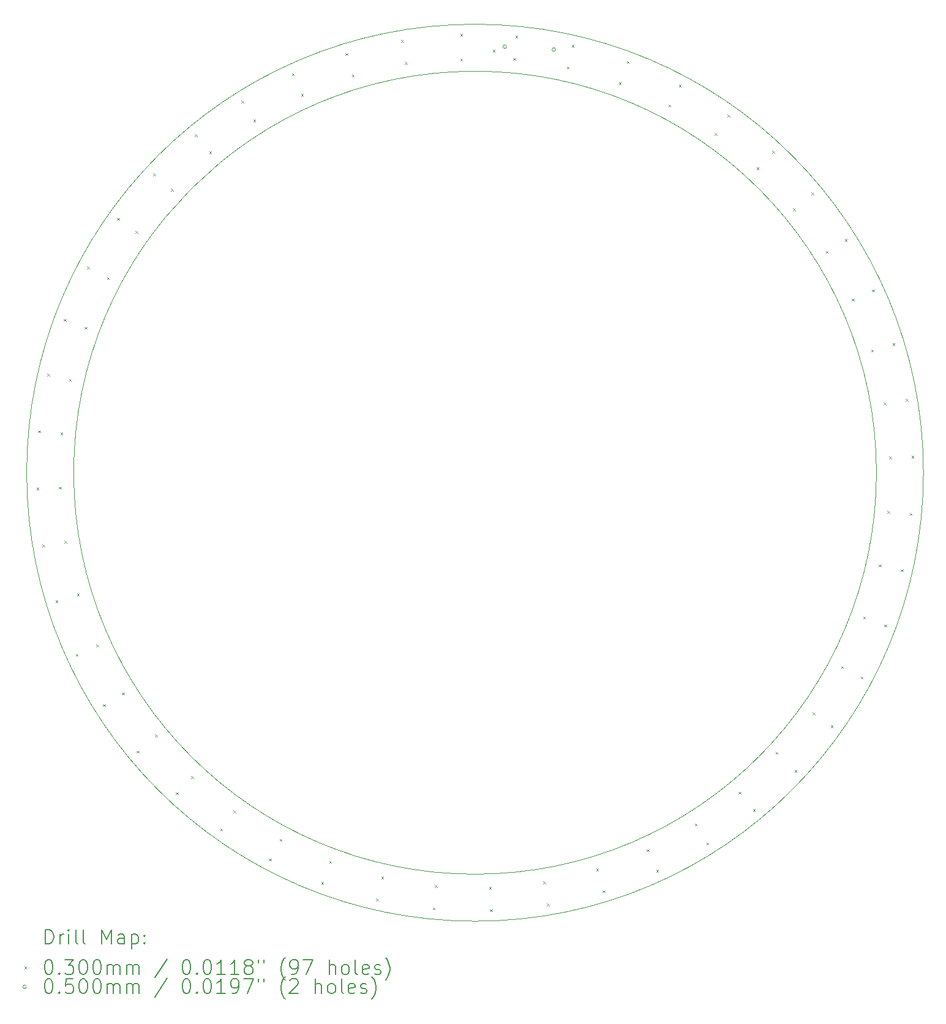
<source format=gbr>
%TF.GenerationSoftware,KiCad,Pcbnew,8.0.4*%
%TF.CreationDate,2024-11-19T03:06:26+11:00*%
%TF.ProjectId,RCS_WS2812B_Ring,5243535f-5753-4323-9831-32425f52696e,rev?*%
%TF.SameCoordinates,Original*%
%TF.FileFunction,Drillmap*%
%TF.FilePolarity,Positive*%
%FSLAX45Y45*%
G04 Gerber Fmt 4.5, Leading zero omitted, Abs format (unit mm)*
G04 Created by KiCad (PCBNEW 8.0.4) date 2024-11-19 03:06:26*
%MOMM*%
%LPD*%
G01*
G04 APERTURE LIST*
%ADD10C,0.050000*%
%ADD11C,0.200000*%
%ADD12C,0.100000*%
G04 APERTURE END LIST*
D10*
X5550000Y0D02*
G75*
G02*
X-5550000Y0I-5550000J0D01*
G01*
X-5550000Y0D02*
G75*
G02*
X5550000Y0I5550000J0D01*
G01*
X6200000Y0D02*
G75*
G02*
X-6200000Y0I-6200000J0D01*
G01*
X-6200000Y0D02*
G75*
G02*
X6200000Y0I6200000J0D01*
G01*
D11*
D12*
X-6065000Y-205000D02*
X-6035000Y-235000D01*
X-6035000Y-205000D02*
X-6065000Y-235000D01*
X-6041957Y586566D02*
X-6011957Y556566D01*
X-6011957Y586566D02*
X-6041957Y556566D01*
X-5984526Y-992801D02*
X-5954526Y-1022801D01*
X-5954526Y-992801D02*
X-5984526Y-1022801D01*
X-5915791Y1368352D02*
X-5885791Y1338352D01*
X-5885791Y1368352D02*
X-5915791Y1338352D01*
X-5801911Y-1763359D02*
X-5771911Y-1793359D01*
X-5771911Y-1763359D02*
X-5801911Y-1793359D01*
X-5755000Y-195000D02*
X-5725000Y-225000D01*
X-5725000Y-195000D02*
X-5755000Y-225000D01*
X-5733304Y556017D02*
X-5703304Y526017D01*
X-5703304Y556017D02*
X-5733304Y526017D01*
X-5688661Y2126981D02*
X-5658661Y2096981D01*
X-5658661Y2126981D02*
X-5688661Y2096981D01*
X-5678483Y-942424D02*
X-5648483Y-972424D01*
X-5648483Y-942424D02*
X-5678483Y-972424D01*
X-5613766Y1297777D02*
X-5583766Y1267777D01*
X-5583766Y1297777D02*
X-5613766Y1267777D01*
X-5520281Y-2503488D02*
X-5490281Y-2533488D01*
X-5490281Y-2503488D02*
X-5520281Y-2533488D01*
X-5505062Y-1673466D02*
X-5475062Y-1703466D01*
X-5475062Y-1673466D02*
X-5505062Y-1703466D01*
X-5398432Y2017588D02*
X-5368432Y1987588D01*
X-5368432Y2017588D02*
X-5398432Y1987588D01*
X-5364454Y2849474D02*
X-5334454Y2819474D01*
X-5334454Y2849474D02*
X-5364454Y2819474D01*
X-5237705Y-2375618D02*
X-5207705Y-2405618D01*
X-5207705Y-2375618D02*
X-5237705Y-2405618D01*
X-5144454Y-3200526D02*
X-5114454Y-3230526D01*
X-5114454Y-3200526D02*
X-5144454Y-3230526D01*
X-5090986Y2703135D02*
X-5060986Y2673135D01*
X-5060986Y2703135D02*
X-5090986Y2673135D01*
X-4948715Y3523469D02*
X-4918715Y3493469D01*
X-4918715Y3523469D02*
X-4948715Y3493469D01*
X-4880986Y-3036865D02*
X-4850986Y-3066865D01*
X-4850986Y-3036865D02*
X-4880986Y-3066865D01*
X-4696688Y3342686D02*
X-4666688Y3312686D01*
X-4666688Y3342686D02*
X-4696688Y3312686D01*
X-4680860Y-3842544D02*
X-4650860Y-3872544D01*
X-4650860Y-3842544D02*
X-4680860Y-3872544D01*
X-4448560Y4137432D02*
X-4418560Y4107432D01*
X-4418560Y4137432D02*
X-4448560Y4107432D01*
X-4425000Y-3620000D02*
X-4395000Y-3650000D01*
X-4395000Y-3620000D02*
X-4425000Y-3650000D01*
X-4205000Y3925000D02*
X-4175000Y3895000D01*
X-4175000Y3925000D02*
X-4205000Y3895000D01*
X-4137432Y-4418560D02*
X-4107432Y-4448560D01*
X-4107432Y-4418560D02*
X-4137432Y-4448560D01*
X-3925300Y-4192285D02*
X-3895300Y-4222285D01*
X-3895300Y-4192285D02*
X-3925300Y-4222285D01*
X-3872544Y4680860D02*
X-3842544Y4650860D01*
X-3842544Y4680860D02*
X-3872544Y4650860D01*
X-3675895Y4441008D02*
X-3645895Y4411008D01*
X-3645895Y4441008D02*
X-3675895Y4411008D01*
X-3523469Y-4918715D02*
X-3493469Y-4948715D01*
X-3493469Y-4918715D02*
X-3523469Y-4948715D01*
X-3342686Y-4666688D02*
X-3312686Y-4696688D01*
X-3312686Y-4666688D02*
X-3342686Y-4696688D01*
X-3230526Y5144454D02*
X-3200526Y5114454D01*
X-3200526Y5144454D02*
X-3230526Y5114454D01*
X-3066865Y4880986D02*
X-3036865Y4850986D01*
X-3036865Y4880986D02*
X-3066865Y4850986D01*
X-2849474Y-5334454D02*
X-2819474Y-5364454D01*
X-2819474Y-5334454D02*
X-2849474Y-5364454D01*
X-2703135Y-5060986D02*
X-2673135Y-5090986D01*
X-2673135Y-5060986D02*
X-2703135Y-5090986D01*
X-2533488Y5520281D02*
X-2503488Y5490281D01*
X-2503488Y5520281D02*
X-2533488Y5490281D01*
X-2405618Y5237705D02*
X-2375618Y5207705D01*
X-2375618Y5237705D02*
X-2405618Y5207705D01*
X-2126981Y-5658661D02*
X-2096981Y-5688661D01*
X-2096981Y-5658661D02*
X-2126981Y-5688661D01*
X-2017588Y-5368432D02*
X-1987588Y-5398432D01*
X-1987588Y-5368432D02*
X-2017588Y-5398432D01*
X-1793359Y5801911D02*
X-1763359Y5771911D01*
X-1763359Y5801911D02*
X-1793359Y5771911D01*
X-1703466Y5505062D02*
X-1673466Y5475062D01*
X-1673466Y5505062D02*
X-1703466Y5475062D01*
X-1368352Y-5885791D02*
X-1338352Y-5915791D01*
X-1338352Y-5885791D02*
X-1368352Y-5915791D01*
X-1297777Y-5583766D02*
X-1267777Y-5613766D01*
X-1267777Y-5583766D02*
X-1297777Y-5613766D01*
X-1022801Y5984526D02*
X-992801Y5954526D01*
X-992801Y5984526D02*
X-1022801Y5954526D01*
X-972424Y5678483D02*
X-942424Y5648483D01*
X-942424Y5678483D02*
X-972424Y5648483D01*
X-586566Y-6011957D02*
X-556566Y-6041957D01*
X-556566Y-6011957D02*
X-586566Y-6041957D01*
X-556017Y-5703304D02*
X-526017Y-5733304D01*
X-526017Y-5703304D02*
X-556017Y-5733304D01*
X-205000Y6065000D02*
X-175000Y6035000D01*
X-175000Y6065000D02*
X-205000Y6035000D01*
X-205000Y5725000D02*
X-175000Y5695000D01*
X-175000Y5725000D02*
X-205000Y5695000D01*
X195000Y-5725000D02*
X225000Y-5755000D01*
X225000Y-5725000D02*
X195000Y-5755000D01*
X205000Y-6035000D02*
X235000Y-6065000D01*
X235000Y-6035000D02*
X205000Y-6065000D01*
X245000Y5845000D02*
X275000Y5815000D01*
X275000Y5845000D02*
X245000Y5815000D01*
X526017Y5733304D02*
X556017Y5703304D01*
X556017Y5733304D02*
X526017Y5703304D01*
X556566Y6041957D02*
X586566Y6011957D01*
X586566Y6041957D02*
X556566Y6011957D01*
X942424Y-5648483D02*
X972424Y-5678483D01*
X972424Y-5648483D02*
X942424Y-5678483D01*
X992801Y-5954526D02*
X1022801Y-5984526D01*
X1022801Y-5954526D02*
X992801Y-5984526D01*
X1267777Y5613766D02*
X1297777Y5583766D01*
X1297777Y5613766D02*
X1267777Y5583766D01*
X1338352Y5915791D02*
X1368352Y5885791D01*
X1368352Y5915791D02*
X1338352Y5885791D01*
X1673466Y-5475062D02*
X1703466Y-5505062D01*
X1703466Y-5475062D02*
X1673466Y-5505062D01*
X1763359Y-5771911D02*
X1793359Y-5801911D01*
X1793359Y-5771911D02*
X1763359Y-5801911D01*
X1987588Y5398432D02*
X2017588Y5368432D01*
X2017588Y5398432D02*
X1987588Y5368432D01*
X2096981Y5688661D02*
X2126981Y5658661D01*
X2126981Y5688661D02*
X2096981Y5658661D01*
X2375618Y-5207705D02*
X2405618Y-5237705D01*
X2405618Y-5207705D02*
X2375618Y-5237705D01*
X2503488Y-5490281D02*
X2533488Y-5520281D01*
X2533488Y-5490281D02*
X2503488Y-5520281D01*
X2673135Y5090986D02*
X2703135Y5060986D01*
X2703135Y5090986D02*
X2673135Y5060986D01*
X2819474Y5364454D02*
X2849474Y5334454D01*
X2849474Y5364454D02*
X2819474Y5334454D01*
X3036865Y-4850986D02*
X3066865Y-4880986D01*
X3066865Y-4850986D02*
X3036865Y-4880986D01*
X3200526Y-5114454D02*
X3230526Y-5144454D01*
X3230526Y-5114454D02*
X3200526Y-5144454D01*
X3312686Y4696688D02*
X3342686Y4666688D01*
X3342686Y4696688D02*
X3312686Y4666688D01*
X3493469Y4948715D02*
X3523469Y4918715D01*
X3523469Y4948715D02*
X3493469Y4918715D01*
X3645895Y-4411008D02*
X3675895Y-4441008D01*
X3675895Y-4411008D02*
X3645895Y-4441008D01*
X3842544Y-4650860D02*
X3872544Y-4680860D01*
X3872544Y-4650860D02*
X3842544Y-4680860D01*
X3895300Y4222285D02*
X3925300Y4192285D01*
X3925300Y4222285D02*
X3895300Y4192285D01*
X4107432Y4448560D02*
X4137432Y4418560D01*
X4137432Y4448560D02*
X4107432Y4418560D01*
X4155000Y-3860000D02*
X4185000Y-3890000D01*
X4185000Y-3860000D02*
X4155000Y-3890000D01*
X4395000Y3655000D02*
X4425000Y3625000D01*
X4425000Y3655000D02*
X4395000Y3625000D01*
X4418560Y-4107432D02*
X4448560Y-4137432D01*
X4448560Y-4107432D02*
X4418560Y-4137432D01*
X4650860Y3872544D02*
X4680860Y3842544D01*
X4680860Y3872544D02*
X4650860Y3842544D01*
X4666688Y-3312686D02*
X4696688Y-3342686D01*
X4696688Y-3312686D02*
X4666688Y-3342686D01*
X4850986Y3066865D02*
X4880986Y3036865D01*
X4880986Y3066865D02*
X4850986Y3036865D01*
X4918715Y-3493469D02*
X4948715Y-3523469D01*
X4948715Y-3493469D02*
X4918715Y-3523469D01*
X5060986Y-2673135D02*
X5090986Y-2703135D01*
X5090986Y-2673135D02*
X5060986Y-2703135D01*
X5114454Y3230526D02*
X5144454Y3200526D01*
X5144454Y3230526D02*
X5114454Y3200526D01*
X5207705Y2405618D02*
X5237705Y2375618D01*
X5237705Y2405618D02*
X5207705Y2375618D01*
X5334454Y-2819474D02*
X5364454Y-2849474D01*
X5364454Y-2819474D02*
X5334454Y-2849474D01*
X5368432Y-1987588D02*
X5398432Y-2017588D01*
X5398432Y-1987588D02*
X5368432Y-2017588D01*
X5475062Y1703466D02*
X5505062Y1673466D01*
X5505062Y1703466D02*
X5475062Y1673466D01*
X5490281Y2533488D02*
X5520281Y2503488D01*
X5520281Y2533488D02*
X5490281Y2503488D01*
X5583766Y-1267777D02*
X5613766Y-1297777D01*
X5613766Y-1267777D02*
X5583766Y-1297777D01*
X5648483Y972424D02*
X5678483Y942424D01*
X5678483Y972424D02*
X5648483Y942424D01*
X5658661Y-2096981D02*
X5688661Y-2126981D01*
X5688661Y-2096981D02*
X5658661Y-2126981D01*
X5703304Y-526017D02*
X5733304Y-556017D01*
X5733304Y-526017D02*
X5703304Y-556017D01*
X5725000Y225000D02*
X5755000Y195000D01*
X5755000Y225000D02*
X5725000Y195000D01*
X5771911Y1793359D02*
X5801911Y1763359D01*
X5801911Y1793359D02*
X5771911Y1763359D01*
X5885791Y-1338352D02*
X5915791Y-1368352D01*
X5915791Y-1338352D02*
X5885791Y-1368352D01*
X5954526Y1022801D02*
X5984526Y992801D01*
X5984526Y1022801D02*
X5954526Y992801D01*
X6011957Y-556566D02*
X6041957Y-586566D01*
X6041957Y-556566D02*
X6011957Y-586566D01*
X6035000Y235000D02*
X6065000Y205000D01*
X6065000Y235000D02*
X6035000Y205000D01*
X435000Y5890000D02*
G75*
G02*
X385000Y5890000I-25000J0D01*
G01*
X385000Y5890000D02*
G75*
G02*
X435000Y5890000I25000J0D01*
G01*
X1115000Y5850000D02*
G75*
G02*
X1065000Y5850000I-25000J0D01*
G01*
X1065000Y5850000D02*
G75*
G02*
X1115000Y5850000I25000J0D01*
G01*
D11*
X-5941723Y-6513984D02*
X-5941723Y-6313984D01*
X-5941723Y-6313984D02*
X-5894104Y-6313984D01*
X-5894104Y-6313984D02*
X-5865533Y-6323508D01*
X-5865533Y-6323508D02*
X-5846485Y-6342555D01*
X-5846485Y-6342555D02*
X-5836961Y-6361603D01*
X-5836961Y-6361603D02*
X-5827437Y-6399698D01*
X-5827437Y-6399698D02*
X-5827437Y-6428269D01*
X-5827437Y-6428269D02*
X-5836961Y-6466365D01*
X-5836961Y-6466365D02*
X-5846485Y-6485412D01*
X-5846485Y-6485412D02*
X-5865533Y-6504460D01*
X-5865533Y-6504460D02*
X-5894104Y-6513984D01*
X-5894104Y-6513984D02*
X-5941723Y-6513984D01*
X-5741723Y-6513984D02*
X-5741723Y-6380650D01*
X-5741723Y-6418746D02*
X-5732199Y-6399698D01*
X-5732199Y-6399698D02*
X-5722675Y-6390174D01*
X-5722675Y-6390174D02*
X-5703628Y-6380650D01*
X-5703628Y-6380650D02*
X-5684580Y-6380650D01*
X-5617914Y-6513984D02*
X-5617914Y-6380650D01*
X-5617914Y-6313984D02*
X-5627437Y-6323508D01*
X-5627437Y-6323508D02*
X-5617914Y-6333031D01*
X-5617914Y-6333031D02*
X-5608390Y-6323508D01*
X-5608390Y-6323508D02*
X-5617914Y-6313984D01*
X-5617914Y-6313984D02*
X-5617914Y-6333031D01*
X-5494104Y-6513984D02*
X-5513152Y-6504460D01*
X-5513152Y-6504460D02*
X-5522676Y-6485412D01*
X-5522676Y-6485412D02*
X-5522676Y-6313984D01*
X-5389342Y-6513984D02*
X-5408390Y-6504460D01*
X-5408390Y-6504460D02*
X-5417914Y-6485412D01*
X-5417914Y-6485412D02*
X-5417914Y-6313984D01*
X-5160771Y-6513984D02*
X-5160771Y-6313984D01*
X-5160771Y-6313984D02*
X-5094104Y-6456841D01*
X-5094104Y-6456841D02*
X-5027437Y-6313984D01*
X-5027437Y-6313984D02*
X-5027437Y-6513984D01*
X-4846485Y-6513984D02*
X-4846485Y-6409222D01*
X-4846485Y-6409222D02*
X-4856009Y-6390174D01*
X-4856009Y-6390174D02*
X-4875056Y-6380650D01*
X-4875056Y-6380650D02*
X-4913152Y-6380650D01*
X-4913152Y-6380650D02*
X-4932199Y-6390174D01*
X-4846485Y-6504460D02*
X-4865533Y-6513984D01*
X-4865533Y-6513984D02*
X-4913152Y-6513984D01*
X-4913152Y-6513984D02*
X-4932199Y-6504460D01*
X-4932199Y-6504460D02*
X-4941723Y-6485412D01*
X-4941723Y-6485412D02*
X-4941723Y-6466365D01*
X-4941723Y-6466365D02*
X-4932199Y-6447317D01*
X-4932199Y-6447317D02*
X-4913152Y-6437793D01*
X-4913152Y-6437793D02*
X-4865533Y-6437793D01*
X-4865533Y-6437793D02*
X-4846485Y-6428269D01*
X-4751247Y-6380650D02*
X-4751247Y-6580650D01*
X-4751247Y-6390174D02*
X-4732199Y-6380650D01*
X-4732199Y-6380650D02*
X-4694104Y-6380650D01*
X-4694104Y-6380650D02*
X-4675056Y-6390174D01*
X-4675056Y-6390174D02*
X-4665533Y-6399698D01*
X-4665533Y-6399698D02*
X-4656009Y-6418746D01*
X-4656009Y-6418746D02*
X-4656009Y-6475888D01*
X-4656009Y-6475888D02*
X-4665533Y-6494936D01*
X-4665533Y-6494936D02*
X-4675056Y-6504460D01*
X-4675056Y-6504460D02*
X-4694104Y-6513984D01*
X-4694104Y-6513984D02*
X-4732199Y-6513984D01*
X-4732199Y-6513984D02*
X-4751247Y-6504460D01*
X-4570295Y-6494936D02*
X-4560771Y-6504460D01*
X-4560771Y-6504460D02*
X-4570295Y-6513984D01*
X-4570295Y-6513984D02*
X-4579818Y-6504460D01*
X-4579818Y-6504460D02*
X-4570295Y-6494936D01*
X-4570295Y-6494936D02*
X-4570295Y-6513984D01*
X-4570295Y-6390174D02*
X-4560771Y-6399698D01*
X-4560771Y-6399698D02*
X-4570295Y-6409222D01*
X-4570295Y-6409222D02*
X-4579818Y-6399698D01*
X-4579818Y-6399698D02*
X-4570295Y-6390174D01*
X-4570295Y-6390174D02*
X-4570295Y-6409222D01*
D12*
X-6232500Y-6827500D02*
X-6202500Y-6857500D01*
X-6202500Y-6827500D02*
X-6232500Y-6857500D01*
D11*
X-5903628Y-6733984D02*
X-5884580Y-6733984D01*
X-5884580Y-6733984D02*
X-5865533Y-6743508D01*
X-5865533Y-6743508D02*
X-5856009Y-6753031D01*
X-5856009Y-6753031D02*
X-5846485Y-6772079D01*
X-5846485Y-6772079D02*
X-5836961Y-6810174D01*
X-5836961Y-6810174D02*
X-5836961Y-6857793D01*
X-5836961Y-6857793D02*
X-5846485Y-6895888D01*
X-5846485Y-6895888D02*
X-5856009Y-6914936D01*
X-5856009Y-6914936D02*
X-5865533Y-6924460D01*
X-5865533Y-6924460D02*
X-5884580Y-6933984D01*
X-5884580Y-6933984D02*
X-5903628Y-6933984D01*
X-5903628Y-6933984D02*
X-5922675Y-6924460D01*
X-5922675Y-6924460D02*
X-5932199Y-6914936D01*
X-5932199Y-6914936D02*
X-5941723Y-6895888D01*
X-5941723Y-6895888D02*
X-5951247Y-6857793D01*
X-5951247Y-6857793D02*
X-5951247Y-6810174D01*
X-5951247Y-6810174D02*
X-5941723Y-6772079D01*
X-5941723Y-6772079D02*
X-5932199Y-6753031D01*
X-5932199Y-6753031D02*
X-5922675Y-6743508D01*
X-5922675Y-6743508D02*
X-5903628Y-6733984D01*
X-5751247Y-6914936D02*
X-5741723Y-6924460D01*
X-5741723Y-6924460D02*
X-5751247Y-6933984D01*
X-5751247Y-6933984D02*
X-5760771Y-6924460D01*
X-5760771Y-6924460D02*
X-5751247Y-6914936D01*
X-5751247Y-6914936D02*
X-5751247Y-6933984D01*
X-5675056Y-6733984D02*
X-5551247Y-6733984D01*
X-5551247Y-6733984D02*
X-5617914Y-6810174D01*
X-5617914Y-6810174D02*
X-5589342Y-6810174D01*
X-5589342Y-6810174D02*
X-5570295Y-6819698D01*
X-5570295Y-6819698D02*
X-5560771Y-6829222D01*
X-5560771Y-6829222D02*
X-5551247Y-6848269D01*
X-5551247Y-6848269D02*
X-5551247Y-6895888D01*
X-5551247Y-6895888D02*
X-5560771Y-6914936D01*
X-5560771Y-6914936D02*
X-5570295Y-6924460D01*
X-5570295Y-6924460D02*
X-5589342Y-6933984D01*
X-5589342Y-6933984D02*
X-5646485Y-6933984D01*
X-5646485Y-6933984D02*
X-5665533Y-6924460D01*
X-5665533Y-6924460D02*
X-5675056Y-6914936D01*
X-5427437Y-6733984D02*
X-5408390Y-6733984D01*
X-5408390Y-6733984D02*
X-5389342Y-6743508D01*
X-5389342Y-6743508D02*
X-5379818Y-6753031D01*
X-5379818Y-6753031D02*
X-5370295Y-6772079D01*
X-5370295Y-6772079D02*
X-5360771Y-6810174D01*
X-5360771Y-6810174D02*
X-5360771Y-6857793D01*
X-5360771Y-6857793D02*
X-5370295Y-6895888D01*
X-5370295Y-6895888D02*
X-5379818Y-6914936D01*
X-5379818Y-6914936D02*
X-5389342Y-6924460D01*
X-5389342Y-6924460D02*
X-5408390Y-6933984D01*
X-5408390Y-6933984D02*
X-5427437Y-6933984D01*
X-5427437Y-6933984D02*
X-5446485Y-6924460D01*
X-5446485Y-6924460D02*
X-5456009Y-6914936D01*
X-5456009Y-6914936D02*
X-5465533Y-6895888D01*
X-5465533Y-6895888D02*
X-5475056Y-6857793D01*
X-5475056Y-6857793D02*
X-5475056Y-6810174D01*
X-5475056Y-6810174D02*
X-5465533Y-6772079D01*
X-5465533Y-6772079D02*
X-5456009Y-6753031D01*
X-5456009Y-6753031D02*
X-5446485Y-6743508D01*
X-5446485Y-6743508D02*
X-5427437Y-6733984D01*
X-5236961Y-6733984D02*
X-5217914Y-6733984D01*
X-5217914Y-6733984D02*
X-5198866Y-6743508D01*
X-5198866Y-6743508D02*
X-5189342Y-6753031D01*
X-5189342Y-6753031D02*
X-5179818Y-6772079D01*
X-5179818Y-6772079D02*
X-5170295Y-6810174D01*
X-5170295Y-6810174D02*
X-5170295Y-6857793D01*
X-5170295Y-6857793D02*
X-5179818Y-6895888D01*
X-5179818Y-6895888D02*
X-5189342Y-6914936D01*
X-5189342Y-6914936D02*
X-5198866Y-6924460D01*
X-5198866Y-6924460D02*
X-5217914Y-6933984D01*
X-5217914Y-6933984D02*
X-5236961Y-6933984D01*
X-5236961Y-6933984D02*
X-5256009Y-6924460D01*
X-5256009Y-6924460D02*
X-5265533Y-6914936D01*
X-5265533Y-6914936D02*
X-5275056Y-6895888D01*
X-5275056Y-6895888D02*
X-5284580Y-6857793D01*
X-5284580Y-6857793D02*
X-5284580Y-6810174D01*
X-5284580Y-6810174D02*
X-5275056Y-6772079D01*
X-5275056Y-6772079D02*
X-5265533Y-6753031D01*
X-5265533Y-6753031D02*
X-5256009Y-6743508D01*
X-5256009Y-6743508D02*
X-5236961Y-6733984D01*
X-5084580Y-6933984D02*
X-5084580Y-6800650D01*
X-5084580Y-6819698D02*
X-5075056Y-6810174D01*
X-5075056Y-6810174D02*
X-5056009Y-6800650D01*
X-5056009Y-6800650D02*
X-5027437Y-6800650D01*
X-5027437Y-6800650D02*
X-5008390Y-6810174D01*
X-5008390Y-6810174D02*
X-4998866Y-6829222D01*
X-4998866Y-6829222D02*
X-4998866Y-6933984D01*
X-4998866Y-6829222D02*
X-4989342Y-6810174D01*
X-4989342Y-6810174D02*
X-4970295Y-6800650D01*
X-4970295Y-6800650D02*
X-4941723Y-6800650D01*
X-4941723Y-6800650D02*
X-4922675Y-6810174D01*
X-4922675Y-6810174D02*
X-4913152Y-6829222D01*
X-4913152Y-6829222D02*
X-4913152Y-6933984D01*
X-4817914Y-6933984D02*
X-4817914Y-6800650D01*
X-4817914Y-6819698D02*
X-4808390Y-6810174D01*
X-4808390Y-6810174D02*
X-4789342Y-6800650D01*
X-4789342Y-6800650D02*
X-4760771Y-6800650D01*
X-4760771Y-6800650D02*
X-4741723Y-6810174D01*
X-4741723Y-6810174D02*
X-4732199Y-6829222D01*
X-4732199Y-6829222D02*
X-4732199Y-6933984D01*
X-4732199Y-6829222D02*
X-4722675Y-6810174D01*
X-4722675Y-6810174D02*
X-4703628Y-6800650D01*
X-4703628Y-6800650D02*
X-4675056Y-6800650D01*
X-4675056Y-6800650D02*
X-4656009Y-6810174D01*
X-4656009Y-6810174D02*
X-4646485Y-6829222D01*
X-4646485Y-6829222D02*
X-4646485Y-6933984D01*
X-4256009Y-6724460D02*
X-4427437Y-6981603D01*
X-3998866Y-6733984D02*
X-3979818Y-6733984D01*
X-3979818Y-6733984D02*
X-3960770Y-6743508D01*
X-3960770Y-6743508D02*
X-3951247Y-6753031D01*
X-3951247Y-6753031D02*
X-3941723Y-6772079D01*
X-3941723Y-6772079D02*
X-3932199Y-6810174D01*
X-3932199Y-6810174D02*
X-3932199Y-6857793D01*
X-3932199Y-6857793D02*
X-3941723Y-6895888D01*
X-3941723Y-6895888D02*
X-3951247Y-6914936D01*
X-3951247Y-6914936D02*
X-3960770Y-6924460D01*
X-3960770Y-6924460D02*
X-3979818Y-6933984D01*
X-3979818Y-6933984D02*
X-3998866Y-6933984D01*
X-3998866Y-6933984D02*
X-4017913Y-6924460D01*
X-4017913Y-6924460D02*
X-4027437Y-6914936D01*
X-4027437Y-6914936D02*
X-4036961Y-6895888D01*
X-4036961Y-6895888D02*
X-4046485Y-6857793D01*
X-4046485Y-6857793D02*
X-4046485Y-6810174D01*
X-4046485Y-6810174D02*
X-4036961Y-6772079D01*
X-4036961Y-6772079D02*
X-4027437Y-6753031D01*
X-4027437Y-6753031D02*
X-4017913Y-6743508D01*
X-4017913Y-6743508D02*
X-3998866Y-6733984D01*
X-3846485Y-6914936D02*
X-3836961Y-6924460D01*
X-3836961Y-6924460D02*
X-3846485Y-6933984D01*
X-3846485Y-6933984D02*
X-3856009Y-6924460D01*
X-3856009Y-6924460D02*
X-3846485Y-6914936D01*
X-3846485Y-6914936D02*
X-3846485Y-6933984D01*
X-3713151Y-6733984D02*
X-3694104Y-6733984D01*
X-3694104Y-6733984D02*
X-3675056Y-6743508D01*
X-3675056Y-6743508D02*
X-3665532Y-6753031D01*
X-3665532Y-6753031D02*
X-3656009Y-6772079D01*
X-3656009Y-6772079D02*
X-3646485Y-6810174D01*
X-3646485Y-6810174D02*
X-3646485Y-6857793D01*
X-3646485Y-6857793D02*
X-3656009Y-6895888D01*
X-3656009Y-6895888D02*
X-3665532Y-6914936D01*
X-3665532Y-6914936D02*
X-3675056Y-6924460D01*
X-3675056Y-6924460D02*
X-3694104Y-6933984D01*
X-3694104Y-6933984D02*
X-3713151Y-6933984D01*
X-3713151Y-6933984D02*
X-3732199Y-6924460D01*
X-3732199Y-6924460D02*
X-3741723Y-6914936D01*
X-3741723Y-6914936D02*
X-3751247Y-6895888D01*
X-3751247Y-6895888D02*
X-3760770Y-6857793D01*
X-3760770Y-6857793D02*
X-3760770Y-6810174D01*
X-3760770Y-6810174D02*
X-3751247Y-6772079D01*
X-3751247Y-6772079D02*
X-3741723Y-6753031D01*
X-3741723Y-6753031D02*
X-3732199Y-6743508D01*
X-3732199Y-6743508D02*
X-3713151Y-6733984D01*
X-3456009Y-6933984D02*
X-3570294Y-6933984D01*
X-3513151Y-6933984D02*
X-3513151Y-6733984D01*
X-3513151Y-6733984D02*
X-3532199Y-6762555D01*
X-3532199Y-6762555D02*
X-3551247Y-6781603D01*
X-3551247Y-6781603D02*
X-3570294Y-6791127D01*
X-3265532Y-6933984D02*
X-3379818Y-6933984D01*
X-3322675Y-6933984D02*
X-3322675Y-6733984D01*
X-3322675Y-6733984D02*
X-3341723Y-6762555D01*
X-3341723Y-6762555D02*
X-3360770Y-6781603D01*
X-3360770Y-6781603D02*
X-3379818Y-6791127D01*
X-3151247Y-6819698D02*
X-3170294Y-6810174D01*
X-3170294Y-6810174D02*
X-3179818Y-6800650D01*
X-3179818Y-6800650D02*
X-3189342Y-6781603D01*
X-3189342Y-6781603D02*
X-3189342Y-6772079D01*
X-3189342Y-6772079D02*
X-3179818Y-6753031D01*
X-3179818Y-6753031D02*
X-3170294Y-6743508D01*
X-3170294Y-6743508D02*
X-3151247Y-6733984D01*
X-3151247Y-6733984D02*
X-3113151Y-6733984D01*
X-3113151Y-6733984D02*
X-3094104Y-6743508D01*
X-3094104Y-6743508D02*
X-3084580Y-6753031D01*
X-3084580Y-6753031D02*
X-3075056Y-6772079D01*
X-3075056Y-6772079D02*
X-3075056Y-6781603D01*
X-3075056Y-6781603D02*
X-3084580Y-6800650D01*
X-3084580Y-6800650D02*
X-3094104Y-6810174D01*
X-3094104Y-6810174D02*
X-3113151Y-6819698D01*
X-3113151Y-6819698D02*
X-3151247Y-6819698D01*
X-3151247Y-6819698D02*
X-3170294Y-6829222D01*
X-3170294Y-6829222D02*
X-3179818Y-6838746D01*
X-3179818Y-6838746D02*
X-3189342Y-6857793D01*
X-3189342Y-6857793D02*
X-3189342Y-6895888D01*
X-3189342Y-6895888D02*
X-3179818Y-6914936D01*
X-3179818Y-6914936D02*
X-3170294Y-6924460D01*
X-3170294Y-6924460D02*
X-3151247Y-6933984D01*
X-3151247Y-6933984D02*
X-3113151Y-6933984D01*
X-3113151Y-6933984D02*
X-3094104Y-6924460D01*
X-3094104Y-6924460D02*
X-3084580Y-6914936D01*
X-3084580Y-6914936D02*
X-3075056Y-6895888D01*
X-3075056Y-6895888D02*
X-3075056Y-6857793D01*
X-3075056Y-6857793D02*
X-3084580Y-6838746D01*
X-3084580Y-6838746D02*
X-3094104Y-6829222D01*
X-3094104Y-6829222D02*
X-3113151Y-6819698D01*
X-2998866Y-6733984D02*
X-2998866Y-6772079D01*
X-2922675Y-6733984D02*
X-2922675Y-6772079D01*
X-2627437Y-7010174D02*
X-2636961Y-7000650D01*
X-2636961Y-7000650D02*
X-2656009Y-6972079D01*
X-2656009Y-6972079D02*
X-2665532Y-6953031D01*
X-2665532Y-6953031D02*
X-2675056Y-6924460D01*
X-2675056Y-6924460D02*
X-2684580Y-6876841D01*
X-2684580Y-6876841D02*
X-2684580Y-6838746D01*
X-2684580Y-6838746D02*
X-2675056Y-6791127D01*
X-2675056Y-6791127D02*
X-2665532Y-6762555D01*
X-2665532Y-6762555D02*
X-2656009Y-6743508D01*
X-2656009Y-6743508D02*
X-2636961Y-6714936D01*
X-2636961Y-6714936D02*
X-2627437Y-6705412D01*
X-2541723Y-6933984D02*
X-2503628Y-6933984D01*
X-2503628Y-6933984D02*
X-2484580Y-6924460D01*
X-2484580Y-6924460D02*
X-2475056Y-6914936D01*
X-2475056Y-6914936D02*
X-2456009Y-6886365D01*
X-2456009Y-6886365D02*
X-2446485Y-6848269D01*
X-2446485Y-6848269D02*
X-2446485Y-6772079D01*
X-2446485Y-6772079D02*
X-2456009Y-6753031D01*
X-2456009Y-6753031D02*
X-2465532Y-6743508D01*
X-2465532Y-6743508D02*
X-2484580Y-6733984D01*
X-2484580Y-6733984D02*
X-2522675Y-6733984D01*
X-2522675Y-6733984D02*
X-2541723Y-6743508D01*
X-2541723Y-6743508D02*
X-2551247Y-6753031D01*
X-2551247Y-6753031D02*
X-2560770Y-6772079D01*
X-2560770Y-6772079D02*
X-2560770Y-6819698D01*
X-2560770Y-6819698D02*
X-2551247Y-6838746D01*
X-2551247Y-6838746D02*
X-2541723Y-6848269D01*
X-2541723Y-6848269D02*
X-2522675Y-6857793D01*
X-2522675Y-6857793D02*
X-2484580Y-6857793D01*
X-2484580Y-6857793D02*
X-2465532Y-6848269D01*
X-2465532Y-6848269D02*
X-2456009Y-6838746D01*
X-2456009Y-6838746D02*
X-2446485Y-6819698D01*
X-2379818Y-6733984D02*
X-2246485Y-6733984D01*
X-2246485Y-6733984D02*
X-2332199Y-6933984D01*
X-2017913Y-6933984D02*
X-2017913Y-6733984D01*
X-1932199Y-6933984D02*
X-1932199Y-6829222D01*
X-1932199Y-6829222D02*
X-1941723Y-6810174D01*
X-1941723Y-6810174D02*
X-1960770Y-6800650D01*
X-1960770Y-6800650D02*
X-1989342Y-6800650D01*
X-1989342Y-6800650D02*
X-2008389Y-6810174D01*
X-2008389Y-6810174D02*
X-2017913Y-6819698D01*
X-1808389Y-6933984D02*
X-1827437Y-6924460D01*
X-1827437Y-6924460D02*
X-1836961Y-6914936D01*
X-1836961Y-6914936D02*
X-1846485Y-6895888D01*
X-1846485Y-6895888D02*
X-1846485Y-6838746D01*
X-1846485Y-6838746D02*
X-1836961Y-6819698D01*
X-1836961Y-6819698D02*
X-1827437Y-6810174D01*
X-1827437Y-6810174D02*
X-1808389Y-6800650D01*
X-1808389Y-6800650D02*
X-1779818Y-6800650D01*
X-1779818Y-6800650D02*
X-1760770Y-6810174D01*
X-1760770Y-6810174D02*
X-1751246Y-6819698D01*
X-1751246Y-6819698D02*
X-1741723Y-6838746D01*
X-1741723Y-6838746D02*
X-1741723Y-6895888D01*
X-1741723Y-6895888D02*
X-1751246Y-6914936D01*
X-1751246Y-6914936D02*
X-1760770Y-6924460D01*
X-1760770Y-6924460D02*
X-1779818Y-6933984D01*
X-1779818Y-6933984D02*
X-1808389Y-6933984D01*
X-1627437Y-6933984D02*
X-1646485Y-6924460D01*
X-1646485Y-6924460D02*
X-1656008Y-6905412D01*
X-1656008Y-6905412D02*
X-1656008Y-6733984D01*
X-1475056Y-6924460D02*
X-1494104Y-6933984D01*
X-1494104Y-6933984D02*
X-1532199Y-6933984D01*
X-1532199Y-6933984D02*
X-1551246Y-6924460D01*
X-1551246Y-6924460D02*
X-1560770Y-6905412D01*
X-1560770Y-6905412D02*
X-1560770Y-6829222D01*
X-1560770Y-6829222D02*
X-1551246Y-6810174D01*
X-1551246Y-6810174D02*
X-1532199Y-6800650D01*
X-1532199Y-6800650D02*
X-1494104Y-6800650D01*
X-1494104Y-6800650D02*
X-1475056Y-6810174D01*
X-1475056Y-6810174D02*
X-1465532Y-6829222D01*
X-1465532Y-6829222D02*
X-1465532Y-6848269D01*
X-1465532Y-6848269D02*
X-1560770Y-6867317D01*
X-1389342Y-6924460D02*
X-1370294Y-6933984D01*
X-1370294Y-6933984D02*
X-1332199Y-6933984D01*
X-1332199Y-6933984D02*
X-1313151Y-6924460D01*
X-1313151Y-6924460D02*
X-1303627Y-6905412D01*
X-1303627Y-6905412D02*
X-1303627Y-6895888D01*
X-1303627Y-6895888D02*
X-1313151Y-6876841D01*
X-1313151Y-6876841D02*
X-1332199Y-6867317D01*
X-1332199Y-6867317D02*
X-1360770Y-6867317D01*
X-1360770Y-6867317D02*
X-1379818Y-6857793D01*
X-1379818Y-6857793D02*
X-1389342Y-6838746D01*
X-1389342Y-6838746D02*
X-1389342Y-6829222D01*
X-1389342Y-6829222D02*
X-1379818Y-6810174D01*
X-1379818Y-6810174D02*
X-1360770Y-6800650D01*
X-1360770Y-6800650D02*
X-1332199Y-6800650D01*
X-1332199Y-6800650D02*
X-1313151Y-6810174D01*
X-1236961Y-7010174D02*
X-1227437Y-7000650D01*
X-1227437Y-7000650D02*
X-1208389Y-6972079D01*
X-1208389Y-6972079D02*
X-1198866Y-6953031D01*
X-1198866Y-6953031D02*
X-1189342Y-6924460D01*
X-1189342Y-6924460D02*
X-1179818Y-6876841D01*
X-1179818Y-6876841D02*
X-1179818Y-6838746D01*
X-1179818Y-6838746D02*
X-1189342Y-6791127D01*
X-1189342Y-6791127D02*
X-1198866Y-6762555D01*
X-1198866Y-6762555D02*
X-1208389Y-6743508D01*
X-1208389Y-6743508D02*
X-1227437Y-6714936D01*
X-1227437Y-6714936D02*
X-1236961Y-6705412D01*
D12*
X-6202500Y-7106500D02*
G75*
G02*
X-6252500Y-7106500I-25000J0D01*
G01*
X-6252500Y-7106500D02*
G75*
G02*
X-6202500Y-7106500I25000J0D01*
G01*
D11*
X-5903628Y-6997984D02*
X-5884580Y-6997984D01*
X-5884580Y-6997984D02*
X-5865533Y-7007508D01*
X-5865533Y-7007508D02*
X-5856009Y-7017031D01*
X-5856009Y-7017031D02*
X-5846485Y-7036079D01*
X-5846485Y-7036079D02*
X-5836961Y-7074174D01*
X-5836961Y-7074174D02*
X-5836961Y-7121793D01*
X-5836961Y-7121793D02*
X-5846485Y-7159888D01*
X-5846485Y-7159888D02*
X-5856009Y-7178936D01*
X-5856009Y-7178936D02*
X-5865533Y-7188460D01*
X-5865533Y-7188460D02*
X-5884580Y-7197984D01*
X-5884580Y-7197984D02*
X-5903628Y-7197984D01*
X-5903628Y-7197984D02*
X-5922675Y-7188460D01*
X-5922675Y-7188460D02*
X-5932199Y-7178936D01*
X-5932199Y-7178936D02*
X-5941723Y-7159888D01*
X-5941723Y-7159888D02*
X-5951247Y-7121793D01*
X-5951247Y-7121793D02*
X-5951247Y-7074174D01*
X-5951247Y-7074174D02*
X-5941723Y-7036079D01*
X-5941723Y-7036079D02*
X-5932199Y-7017031D01*
X-5932199Y-7017031D02*
X-5922675Y-7007508D01*
X-5922675Y-7007508D02*
X-5903628Y-6997984D01*
X-5751247Y-7178936D02*
X-5741723Y-7188460D01*
X-5741723Y-7188460D02*
X-5751247Y-7197984D01*
X-5751247Y-7197984D02*
X-5760771Y-7188460D01*
X-5760771Y-7188460D02*
X-5751247Y-7178936D01*
X-5751247Y-7178936D02*
X-5751247Y-7197984D01*
X-5560771Y-6997984D02*
X-5656009Y-6997984D01*
X-5656009Y-6997984D02*
X-5665533Y-7093222D01*
X-5665533Y-7093222D02*
X-5656009Y-7083698D01*
X-5656009Y-7083698D02*
X-5636961Y-7074174D01*
X-5636961Y-7074174D02*
X-5589342Y-7074174D01*
X-5589342Y-7074174D02*
X-5570295Y-7083698D01*
X-5570295Y-7083698D02*
X-5560771Y-7093222D01*
X-5560771Y-7093222D02*
X-5551247Y-7112269D01*
X-5551247Y-7112269D02*
X-5551247Y-7159888D01*
X-5551247Y-7159888D02*
X-5560771Y-7178936D01*
X-5560771Y-7178936D02*
X-5570295Y-7188460D01*
X-5570295Y-7188460D02*
X-5589342Y-7197984D01*
X-5589342Y-7197984D02*
X-5636961Y-7197984D01*
X-5636961Y-7197984D02*
X-5656009Y-7188460D01*
X-5656009Y-7188460D02*
X-5665533Y-7178936D01*
X-5427437Y-6997984D02*
X-5408390Y-6997984D01*
X-5408390Y-6997984D02*
X-5389342Y-7007508D01*
X-5389342Y-7007508D02*
X-5379818Y-7017031D01*
X-5379818Y-7017031D02*
X-5370295Y-7036079D01*
X-5370295Y-7036079D02*
X-5360771Y-7074174D01*
X-5360771Y-7074174D02*
X-5360771Y-7121793D01*
X-5360771Y-7121793D02*
X-5370295Y-7159888D01*
X-5370295Y-7159888D02*
X-5379818Y-7178936D01*
X-5379818Y-7178936D02*
X-5389342Y-7188460D01*
X-5389342Y-7188460D02*
X-5408390Y-7197984D01*
X-5408390Y-7197984D02*
X-5427437Y-7197984D01*
X-5427437Y-7197984D02*
X-5446485Y-7188460D01*
X-5446485Y-7188460D02*
X-5456009Y-7178936D01*
X-5456009Y-7178936D02*
X-5465533Y-7159888D01*
X-5465533Y-7159888D02*
X-5475056Y-7121793D01*
X-5475056Y-7121793D02*
X-5475056Y-7074174D01*
X-5475056Y-7074174D02*
X-5465533Y-7036079D01*
X-5465533Y-7036079D02*
X-5456009Y-7017031D01*
X-5456009Y-7017031D02*
X-5446485Y-7007508D01*
X-5446485Y-7007508D02*
X-5427437Y-6997984D01*
X-5236961Y-6997984D02*
X-5217914Y-6997984D01*
X-5217914Y-6997984D02*
X-5198866Y-7007508D01*
X-5198866Y-7007508D02*
X-5189342Y-7017031D01*
X-5189342Y-7017031D02*
X-5179818Y-7036079D01*
X-5179818Y-7036079D02*
X-5170295Y-7074174D01*
X-5170295Y-7074174D02*
X-5170295Y-7121793D01*
X-5170295Y-7121793D02*
X-5179818Y-7159888D01*
X-5179818Y-7159888D02*
X-5189342Y-7178936D01*
X-5189342Y-7178936D02*
X-5198866Y-7188460D01*
X-5198866Y-7188460D02*
X-5217914Y-7197984D01*
X-5217914Y-7197984D02*
X-5236961Y-7197984D01*
X-5236961Y-7197984D02*
X-5256009Y-7188460D01*
X-5256009Y-7188460D02*
X-5265533Y-7178936D01*
X-5265533Y-7178936D02*
X-5275056Y-7159888D01*
X-5275056Y-7159888D02*
X-5284580Y-7121793D01*
X-5284580Y-7121793D02*
X-5284580Y-7074174D01*
X-5284580Y-7074174D02*
X-5275056Y-7036079D01*
X-5275056Y-7036079D02*
X-5265533Y-7017031D01*
X-5265533Y-7017031D02*
X-5256009Y-7007508D01*
X-5256009Y-7007508D02*
X-5236961Y-6997984D01*
X-5084580Y-7197984D02*
X-5084580Y-7064650D01*
X-5084580Y-7083698D02*
X-5075056Y-7074174D01*
X-5075056Y-7074174D02*
X-5056009Y-7064650D01*
X-5056009Y-7064650D02*
X-5027437Y-7064650D01*
X-5027437Y-7064650D02*
X-5008390Y-7074174D01*
X-5008390Y-7074174D02*
X-4998866Y-7093222D01*
X-4998866Y-7093222D02*
X-4998866Y-7197984D01*
X-4998866Y-7093222D02*
X-4989342Y-7074174D01*
X-4989342Y-7074174D02*
X-4970295Y-7064650D01*
X-4970295Y-7064650D02*
X-4941723Y-7064650D01*
X-4941723Y-7064650D02*
X-4922675Y-7074174D01*
X-4922675Y-7074174D02*
X-4913152Y-7093222D01*
X-4913152Y-7093222D02*
X-4913152Y-7197984D01*
X-4817914Y-7197984D02*
X-4817914Y-7064650D01*
X-4817914Y-7083698D02*
X-4808390Y-7074174D01*
X-4808390Y-7074174D02*
X-4789342Y-7064650D01*
X-4789342Y-7064650D02*
X-4760771Y-7064650D01*
X-4760771Y-7064650D02*
X-4741723Y-7074174D01*
X-4741723Y-7074174D02*
X-4732199Y-7093222D01*
X-4732199Y-7093222D02*
X-4732199Y-7197984D01*
X-4732199Y-7093222D02*
X-4722675Y-7074174D01*
X-4722675Y-7074174D02*
X-4703628Y-7064650D01*
X-4703628Y-7064650D02*
X-4675056Y-7064650D01*
X-4675056Y-7064650D02*
X-4656009Y-7074174D01*
X-4656009Y-7074174D02*
X-4646485Y-7093222D01*
X-4646485Y-7093222D02*
X-4646485Y-7197984D01*
X-4256009Y-6988460D02*
X-4427437Y-7245603D01*
X-3998866Y-6997984D02*
X-3979818Y-6997984D01*
X-3979818Y-6997984D02*
X-3960770Y-7007508D01*
X-3960770Y-7007508D02*
X-3951247Y-7017031D01*
X-3951247Y-7017031D02*
X-3941723Y-7036079D01*
X-3941723Y-7036079D02*
X-3932199Y-7074174D01*
X-3932199Y-7074174D02*
X-3932199Y-7121793D01*
X-3932199Y-7121793D02*
X-3941723Y-7159888D01*
X-3941723Y-7159888D02*
X-3951247Y-7178936D01*
X-3951247Y-7178936D02*
X-3960770Y-7188460D01*
X-3960770Y-7188460D02*
X-3979818Y-7197984D01*
X-3979818Y-7197984D02*
X-3998866Y-7197984D01*
X-3998866Y-7197984D02*
X-4017913Y-7188460D01*
X-4017913Y-7188460D02*
X-4027437Y-7178936D01*
X-4027437Y-7178936D02*
X-4036961Y-7159888D01*
X-4036961Y-7159888D02*
X-4046485Y-7121793D01*
X-4046485Y-7121793D02*
X-4046485Y-7074174D01*
X-4046485Y-7074174D02*
X-4036961Y-7036079D01*
X-4036961Y-7036079D02*
X-4027437Y-7017031D01*
X-4027437Y-7017031D02*
X-4017913Y-7007508D01*
X-4017913Y-7007508D02*
X-3998866Y-6997984D01*
X-3846485Y-7178936D02*
X-3836961Y-7188460D01*
X-3836961Y-7188460D02*
X-3846485Y-7197984D01*
X-3846485Y-7197984D02*
X-3856009Y-7188460D01*
X-3856009Y-7188460D02*
X-3846485Y-7178936D01*
X-3846485Y-7178936D02*
X-3846485Y-7197984D01*
X-3713151Y-6997984D02*
X-3694104Y-6997984D01*
X-3694104Y-6997984D02*
X-3675056Y-7007508D01*
X-3675056Y-7007508D02*
X-3665532Y-7017031D01*
X-3665532Y-7017031D02*
X-3656009Y-7036079D01*
X-3656009Y-7036079D02*
X-3646485Y-7074174D01*
X-3646485Y-7074174D02*
X-3646485Y-7121793D01*
X-3646485Y-7121793D02*
X-3656009Y-7159888D01*
X-3656009Y-7159888D02*
X-3665532Y-7178936D01*
X-3665532Y-7178936D02*
X-3675056Y-7188460D01*
X-3675056Y-7188460D02*
X-3694104Y-7197984D01*
X-3694104Y-7197984D02*
X-3713151Y-7197984D01*
X-3713151Y-7197984D02*
X-3732199Y-7188460D01*
X-3732199Y-7188460D02*
X-3741723Y-7178936D01*
X-3741723Y-7178936D02*
X-3751247Y-7159888D01*
X-3751247Y-7159888D02*
X-3760770Y-7121793D01*
X-3760770Y-7121793D02*
X-3760770Y-7074174D01*
X-3760770Y-7074174D02*
X-3751247Y-7036079D01*
X-3751247Y-7036079D02*
X-3741723Y-7017031D01*
X-3741723Y-7017031D02*
X-3732199Y-7007508D01*
X-3732199Y-7007508D02*
X-3713151Y-6997984D01*
X-3456009Y-7197984D02*
X-3570294Y-7197984D01*
X-3513151Y-7197984D02*
X-3513151Y-6997984D01*
X-3513151Y-6997984D02*
X-3532199Y-7026555D01*
X-3532199Y-7026555D02*
X-3551247Y-7045603D01*
X-3551247Y-7045603D02*
X-3570294Y-7055127D01*
X-3360770Y-7197984D02*
X-3322675Y-7197984D01*
X-3322675Y-7197984D02*
X-3303628Y-7188460D01*
X-3303628Y-7188460D02*
X-3294104Y-7178936D01*
X-3294104Y-7178936D02*
X-3275056Y-7150365D01*
X-3275056Y-7150365D02*
X-3265532Y-7112269D01*
X-3265532Y-7112269D02*
X-3265532Y-7036079D01*
X-3265532Y-7036079D02*
X-3275056Y-7017031D01*
X-3275056Y-7017031D02*
X-3284580Y-7007508D01*
X-3284580Y-7007508D02*
X-3303628Y-6997984D01*
X-3303628Y-6997984D02*
X-3341723Y-6997984D01*
X-3341723Y-6997984D02*
X-3360770Y-7007508D01*
X-3360770Y-7007508D02*
X-3370294Y-7017031D01*
X-3370294Y-7017031D02*
X-3379818Y-7036079D01*
X-3379818Y-7036079D02*
X-3379818Y-7083698D01*
X-3379818Y-7083698D02*
X-3370294Y-7102746D01*
X-3370294Y-7102746D02*
X-3360770Y-7112269D01*
X-3360770Y-7112269D02*
X-3341723Y-7121793D01*
X-3341723Y-7121793D02*
X-3303628Y-7121793D01*
X-3303628Y-7121793D02*
X-3284580Y-7112269D01*
X-3284580Y-7112269D02*
X-3275056Y-7102746D01*
X-3275056Y-7102746D02*
X-3265532Y-7083698D01*
X-3198866Y-6997984D02*
X-3065532Y-6997984D01*
X-3065532Y-6997984D02*
X-3151247Y-7197984D01*
X-2998866Y-6997984D02*
X-2998866Y-7036079D01*
X-2922675Y-6997984D02*
X-2922675Y-7036079D01*
X-2627437Y-7274174D02*
X-2636961Y-7264650D01*
X-2636961Y-7264650D02*
X-2656009Y-7236079D01*
X-2656009Y-7236079D02*
X-2665532Y-7217031D01*
X-2665532Y-7217031D02*
X-2675056Y-7188460D01*
X-2675056Y-7188460D02*
X-2684580Y-7140841D01*
X-2684580Y-7140841D02*
X-2684580Y-7102746D01*
X-2684580Y-7102746D02*
X-2675056Y-7055127D01*
X-2675056Y-7055127D02*
X-2665532Y-7026555D01*
X-2665532Y-7026555D02*
X-2656009Y-7007508D01*
X-2656009Y-7007508D02*
X-2636961Y-6978936D01*
X-2636961Y-6978936D02*
X-2627437Y-6969412D01*
X-2560770Y-7017031D02*
X-2551247Y-7007508D01*
X-2551247Y-7007508D02*
X-2532199Y-6997984D01*
X-2532199Y-6997984D02*
X-2484580Y-6997984D01*
X-2484580Y-6997984D02*
X-2465532Y-7007508D01*
X-2465532Y-7007508D02*
X-2456009Y-7017031D01*
X-2456009Y-7017031D02*
X-2446485Y-7036079D01*
X-2446485Y-7036079D02*
X-2446485Y-7055127D01*
X-2446485Y-7055127D02*
X-2456009Y-7083698D01*
X-2456009Y-7083698D02*
X-2570294Y-7197984D01*
X-2570294Y-7197984D02*
X-2446485Y-7197984D01*
X-2208389Y-7197984D02*
X-2208389Y-6997984D01*
X-2122675Y-7197984D02*
X-2122675Y-7093222D01*
X-2122675Y-7093222D02*
X-2132199Y-7074174D01*
X-2132199Y-7074174D02*
X-2151247Y-7064650D01*
X-2151247Y-7064650D02*
X-2179818Y-7064650D01*
X-2179818Y-7064650D02*
X-2198866Y-7074174D01*
X-2198866Y-7074174D02*
X-2208389Y-7083698D01*
X-1998866Y-7197984D02*
X-2017913Y-7188460D01*
X-2017913Y-7188460D02*
X-2027437Y-7178936D01*
X-2027437Y-7178936D02*
X-2036961Y-7159888D01*
X-2036961Y-7159888D02*
X-2036961Y-7102746D01*
X-2036961Y-7102746D02*
X-2027437Y-7083698D01*
X-2027437Y-7083698D02*
X-2017913Y-7074174D01*
X-2017913Y-7074174D02*
X-1998866Y-7064650D01*
X-1998866Y-7064650D02*
X-1970294Y-7064650D01*
X-1970294Y-7064650D02*
X-1951246Y-7074174D01*
X-1951246Y-7074174D02*
X-1941723Y-7083698D01*
X-1941723Y-7083698D02*
X-1932199Y-7102746D01*
X-1932199Y-7102746D02*
X-1932199Y-7159888D01*
X-1932199Y-7159888D02*
X-1941723Y-7178936D01*
X-1941723Y-7178936D02*
X-1951246Y-7188460D01*
X-1951246Y-7188460D02*
X-1970294Y-7197984D01*
X-1970294Y-7197984D02*
X-1998866Y-7197984D01*
X-1817913Y-7197984D02*
X-1836961Y-7188460D01*
X-1836961Y-7188460D02*
X-1846485Y-7169412D01*
X-1846485Y-7169412D02*
X-1846485Y-6997984D01*
X-1665532Y-7188460D02*
X-1684580Y-7197984D01*
X-1684580Y-7197984D02*
X-1722675Y-7197984D01*
X-1722675Y-7197984D02*
X-1741723Y-7188460D01*
X-1741723Y-7188460D02*
X-1751246Y-7169412D01*
X-1751246Y-7169412D02*
X-1751246Y-7093222D01*
X-1751246Y-7093222D02*
X-1741723Y-7074174D01*
X-1741723Y-7074174D02*
X-1722675Y-7064650D01*
X-1722675Y-7064650D02*
X-1684580Y-7064650D01*
X-1684580Y-7064650D02*
X-1665532Y-7074174D01*
X-1665532Y-7074174D02*
X-1656008Y-7093222D01*
X-1656008Y-7093222D02*
X-1656008Y-7112269D01*
X-1656008Y-7112269D02*
X-1751246Y-7131317D01*
X-1579818Y-7188460D02*
X-1560770Y-7197984D01*
X-1560770Y-7197984D02*
X-1522675Y-7197984D01*
X-1522675Y-7197984D02*
X-1503627Y-7188460D01*
X-1503627Y-7188460D02*
X-1494104Y-7169412D01*
X-1494104Y-7169412D02*
X-1494104Y-7159888D01*
X-1494104Y-7159888D02*
X-1503627Y-7140841D01*
X-1503627Y-7140841D02*
X-1522675Y-7131317D01*
X-1522675Y-7131317D02*
X-1551246Y-7131317D01*
X-1551246Y-7131317D02*
X-1570294Y-7121793D01*
X-1570294Y-7121793D02*
X-1579818Y-7102746D01*
X-1579818Y-7102746D02*
X-1579818Y-7093222D01*
X-1579818Y-7093222D02*
X-1570294Y-7074174D01*
X-1570294Y-7074174D02*
X-1551246Y-7064650D01*
X-1551246Y-7064650D02*
X-1522675Y-7064650D01*
X-1522675Y-7064650D02*
X-1503627Y-7074174D01*
X-1427437Y-7274174D02*
X-1417913Y-7264650D01*
X-1417913Y-7264650D02*
X-1398865Y-7236079D01*
X-1398865Y-7236079D02*
X-1389342Y-7217031D01*
X-1389342Y-7217031D02*
X-1379818Y-7188460D01*
X-1379818Y-7188460D02*
X-1370294Y-7140841D01*
X-1370294Y-7140841D02*
X-1370294Y-7102746D01*
X-1370294Y-7102746D02*
X-1379818Y-7055127D01*
X-1379818Y-7055127D02*
X-1389342Y-7026555D01*
X-1389342Y-7026555D02*
X-1398865Y-7007508D01*
X-1398865Y-7007508D02*
X-1417913Y-6978936D01*
X-1417913Y-6978936D02*
X-1427437Y-6969412D01*
M02*

</source>
